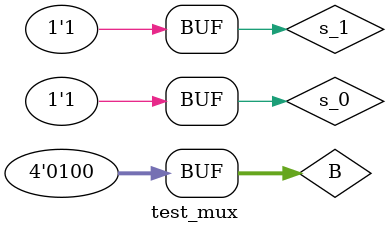
<source format=v>
`timescale 1ns / 1ps


module test_mux;

	// Inputs
	reg s_0;
	reg s_1;
	reg [3:0] B;

	// Outputs
	wire [3:0] muxout;

	// Instantiate the Unit Under Test (UUT)
	fourbitmux uut (
		.s_0(s_0), 
		.s_1(s_1), 
		.B(B), 
		.muxout(muxout)
	);

	initial begin
		// Initialize Inputs
		s_0 = 0;
		s_1 = 0;
		B = 4;

		// Wait 100 ns for global reset to finish
		#50;
        
		// Add stimulus here
		s_0 = 0;
		s_1 = 1;
		B = 4;
		#50;
		
		
	   s_0 = 1;
		s_1 = 0;
		B = 4;
		#50;
		
		
		s_0 = 1;
		s_1 = 1;
		B = 4;
		#50;
	end
      
endmodule


</source>
